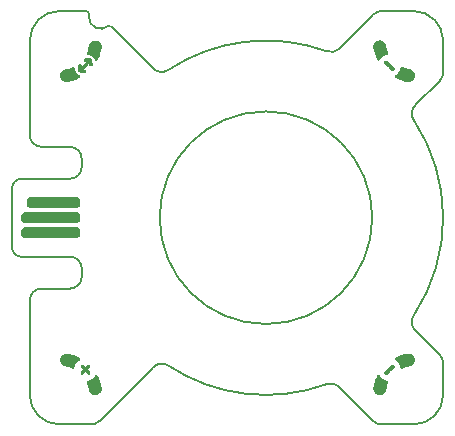
<source format=gto>
%TF.GenerationSoftware,KiCad,Pcbnew,8.0.8*%
%TF.CreationDate,2025-01-29T17:06:01+00:00*%
%TF.ProjectId,ec30_3x3_l_mh_0.1,65633330-5f33-4783-935f-6c5f6d685f30,v0.1*%
%TF.SameCoordinates,PX8d24d00PY36d6160*%
%TF.FileFunction,Legend,Top*%
%TF.FilePolarity,Positive*%
%FSLAX46Y46*%
G04 Gerber Fmt 4.6, Leading zero omitted, Abs format (unit mm)*
G04 Created by KiCad (PCBNEW 8.0.8) date 2025-01-29 17:06:01*
%MOMM*%
%LPD*%
G01*
G04 APERTURE LIST*
%ADD10C,0.200000*%
%ADD11C,0.010000*%
%ADD12C,0.000000*%
G04 APERTURE END LIST*
D10*
X-14148309Y5970276D02*
X-16548309Y5970276D01*
X7570691Y-14129724D02*
G75*
G02*
X-5836315Y-12535733I-5121291J14104924D01*
G01*
X17161691Y11568276D02*
X15095691Y9502276D01*
X8671691Y14288276D02*
G75*
G02*
X7572676Y14075239I-713391J738924D01*
G01*
X-19048309Y2470276D02*
G75*
G02*
X-18248310Y3270309I798909J1124D01*
G01*
X-10603309Y16137276D02*
X-7138309Y12662276D01*
X-14148309Y-3329724D02*
X-18248310Y-3329724D01*
X15091691Y-9569724D02*
G75*
G02*
X14993717Y-8249743I722109J717224D01*
G01*
X14951691Y-17529724D02*
X12251691Y-17529724D01*
X-17548309Y-7029724D02*
G75*
G02*
X-16548309Y-6029691I1000509J-476D01*
G01*
X17158691Y-11622724D02*
G75*
G02*
X17451691Y-12329724I-703291J-705676D01*
G01*
X17451691Y-12329724D02*
X17451691Y-15029724D01*
X-15048309Y-17529724D02*
G75*
G02*
X-17548324Y-15029724I-791J2499224D01*
G01*
X17451691Y12268276D02*
G75*
G02*
X17161689Y11568278I-982391J-3076D01*
G01*
X11551691Y-17239723D02*
X8669691Y-14360724D01*
X11451691Y-29724D02*
G75*
G02*
X-6548309Y-29724I-9000000J0D01*
G01*
X-6548309Y-29724D02*
G75*
G02*
X11451691Y-29724I9000000J0D01*
G01*
X-14148309Y5970276D02*
G75*
G02*
X-13148324Y4970276I-391J-1000376D01*
G01*
X-7138309Y-12729724D02*
G75*
G02*
X-5836272Y-12535667I760609J-638276D01*
G01*
X-15048309Y17470276D02*
X-12798309Y17470276D01*
X-18248310Y-3329724D02*
G75*
G02*
X-19048324Y-2529724I-1090J798924D01*
G01*
X-16548309Y5970276D02*
G75*
G02*
X-17548224Y6970276I309J1000224D01*
G01*
X-11641309Y-17236725D02*
G75*
G02*
X-12348309Y-17529743I-705591J703025D01*
G01*
X-17548309Y-15029724D02*
X-17548309Y-7029724D01*
X-16548309Y-6029724D02*
X-14148309Y-6029724D01*
X7570691Y-14129724D02*
G75*
G02*
X8669683Y-14360732I375309J-944176D01*
G01*
X14951691Y17468275D02*
G75*
G02*
X17451675Y14968276I809J-2499175D01*
G01*
X-17548309Y6970276D02*
X-17548309Y14970276D01*
X-13148309Y4970276D02*
X-13148309Y4270276D01*
X-10900309Y16203276D02*
G75*
G02*
X-12548317Y16970276I-644391J769424D01*
G01*
X14952691Y8260276D02*
X14993691Y8188276D01*
X-17548309Y14970276D02*
G75*
G02*
X-15048309Y17470309I2499209J824D01*
G01*
X12251691Y17468275D02*
X14951691Y17468275D01*
X-13148309Y-4329724D02*
X-13148309Y-5029724D01*
X-13148309Y4270276D02*
G75*
G02*
X-14146309Y3270305I-996991J-2976D01*
G01*
X11544691Y17176275D02*
G75*
G02*
X12251691Y17468300I706609J-708875D01*
G01*
X-12548309Y16970276D02*
X-12548309Y17220276D01*
X12251691Y-17529724D02*
G75*
G02*
X11551715Y-17239700I-5091J977424D01*
G01*
X-5834309Y12473276D02*
G75*
G02*
X-7138309Y12662276I-543191J845224D01*
G01*
X-14148309Y-3329724D02*
G75*
G02*
X-13148324Y-4329724I1309J-998676D01*
G01*
X17451691Y-15029724D02*
G75*
G02*
X14951691Y-17529691I-2499191J-776D01*
G01*
X-19048309Y-2529724D02*
X-19048309Y2470276D01*
X-10900309Y16203276D02*
G75*
G02*
X-10603326Y16137262I105909J-224576D01*
G01*
X8671691Y14288276D02*
X11544691Y17176275D01*
X-12798309Y17470276D02*
G75*
G02*
X-12548224Y17220276I709J-249376D01*
G01*
X15091691Y-9569724D02*
X17158691Y-11622724D01*
X14993691Y8188276D02*
G75*
G02*
X15095697Y9502270I805509J598424D01*
G01*
X-5834309Y12473276D02*
G75*
G02*
X7572687Y14075265I8296809J-12533376D01*
G01*
X-18248310Y3270276D02*
X-14146309Y3270276D01*
X-12348309Y-17529724D02*
X-15048309Y-17529724D01*
X14952691Y8260276D02*
G75*
G02*
X14993695Y-8249727I-12487461J-8286066D01*
G01*
X-13148309Y-5029724D02*
G75*
G02*
X-14148309Y-6029691I-1000391J424D01*
G01*
X17451691Y14968276D02*
X17451691Y12268276D01*
X-7138309Y-12729724D02*
X-11641309Y-17236725D01*
D11*
%TO.C,MH3*%
X-11929306Y-13363938D02*
X-11912572Y-13370271D01*
X-11896947Y-13381708D01*
X-11881722Y-13398907D01*
X-11866187Y-13422529D01*
X-11849636Y-13453232D01*
X-11849479Y-13453543D01*
X-11792082Y-13575132D01*
X-11738655Y-13702780D01*
X-11689536Y-13835490D01*
X-11645062Y-13972266D01*
X-11605571Y-14112110D01*
X-11571399Y-14254024D01*
X-11558986Y-14312664D01*
X-11548179Y-14372141D01*
X-11541266Y-14425275D01*
X-11538209Y-14472617D01*
X-11538970Y-14514720D01*
X-11542840Y-14548307D01*
X-11557333Y-14611742D01*
X-11578709Y-14671524D01*
X-11606730Y-14727302D01*
X-11641155Y-14778728D01*
X-11681746Y-14825450D01*
X-11728263Y-14867118D01*
X-11780468Y-14903383D01*
X-11788778Y-14908337D01*
X-11841493Y-14934632D01*
X-11897725Y-14954342D01*
X-11956407Y-14967361D01*
X-12016470Y-14973582D01*
X-12076844Y-14972898D01*
X-12136462Y-14965203D01*
X-12194256Y-14950391D01*
X-12198073Y-14949129D01*
X-12254131Y-14926215D01*
X-12307081Y-14896415D01*
X-12356236Y-14860400D01*
X-12400910Y-14818837D01*
X-12440417Y-14772394D01*
X-12474070Y-14721741D01*
X-12501183Y-14667545D01*
X-12509857Y-14645536D01*
X-12514407Y-14631247D01*
X-12519938Y-14611025D01*
X-12525985Y-14586741D01*
X-12532082Y-14560265D01*
X-12537763Y-14533471D01*
X-12537851Y-14533032D01*
X-12559478Y-14433303D01*
X-12583069Y-14339535D01*
X-12609185Y-14249880D01*
X-12638386Y-14162485D01*
X-12671232Y-14075502D01*
X-12690784Y-14027805D01*
X-12704464Y-13993297D01*
X-12713840Y-13964465D01*
X-12718965Y-13940348D01*
X-12719893Y-13919990D01*
X-12716678Y-13902431D01*
X-12709373Y-13886711D01*
X-12699422Y-13873431D01*
X-12690472Y-13864166D01*
X-12680762Y-13856500D01*
X-12668906Y-13849764D01*
X-12653514Y-13843288D01*
X-12633201Y-13836401D01*
X-12606578Y-13828434D01*
X-12605692Y-13828178D01*
X-12548901Y-13810494D01*
X-12497170Y-13791449D01*
X-12447627Y-13769922D01*
X-12414566Y-13753728D01*
X-12339432Y-13710990D01*
X-12267854Y-13661466D01*
X-12200558Y-13605786D01*
X-12138273Y-13544582D01*
X-12081726Y-13478485D01*
X-12053964Y-13441164D01*
X-12032031Y-13412366D01*
X-12011697Y-13390615D01*
X-11992236Y-13375370D01*
X-11972919Y-13366090D01*
X-11953022Y-13362231D01*
X-11947857Y-13362050D01*
X-11929306Y-13363938D01*
G36*
X-11929306Y-13363938D02*
G01*
X-11912572Y-13370271D01*
X-11896947Y-13381708D01*
X-11881722Y-13398907D01*
X-11866187Y-13422529D01*
X-11849636Y-13453232D01*
X-11849479Y-13453543D01*
X-11792082Y-13575132D01*
X-11738655Y-13702780D01*
X-11689536Y-13835490D01*
X-11645062Y-13972266D01*
X-11605571Y-14112110D01*
X-11571399Y-14254024D01*
X-11558986Y-14312664D01*
X-11548179Y-14372141D01*
X-11541266Y-14425275D01*
X-11538209Y-14472617D01*
X-11538970Y-14514720D01*
X-11542840Y-14548307D01*
X-11557333Y-14611742D01*
X-11578709Y-14671524D01*
X-11606730Y-14727302D01*
X-11641155Y-14778728D01*
X-11681746Y-14825450D01*
X-11728263Y-14867118D01*
X-11780468Y-14903383D01*
X-11788778Y-14908337D01*
X-11841493Y-14934632D01*
X-11897725Y-14954342D01*
X-11956407Y-14967361D01*
X-12016470Y-14973582D01*
X-12076844Y-14972898D01*
X-12136462Y-14965203D01*
X-12194256Y-14950391D01*
X-12198073Y-14949129D01*
X-12254131Y-14926215D01*
X-12307081Y-14896415D01*
X-12356236Y-14860400D01*
X-12400910Y-14818837D01*
X-12440417Y-14772394D01*
X-12474070Y-14721741D01*
X-12501183Y-14667545D01*
X-12509857Y-14645536D01*
X-12514407Y-14631247D01*
X-12519938Y-14611025D01*
X-12525985Y-14586741D01*
X-12532082Y-14560265D01*
X-12537763Y-14533471D01*
X-12537851Y-14533032D01*
X-12559478Y-14433303D01*
X-12583069Y-14339535D01*
X-12609185Y-14249880D01*
X-12638386Y-14162485D01*
X-12671232Y-14075502D01*
X-12690784Y-14027805D01*
X-12704464Y-13993297D01*
X-12713840Y-13964465D01*
X-12718965Y-13940348D01*
X-12719893Y-13919990D01*
X-12716678Y-13902431D01*
X-12709373Y-13886711D01*
X-12699422Y-13873431D01*
X-12690472Y-13864166D01*
X-12680762Y-13856500D01*
X-12668906Y-13849764D01*
X-12653514Y-13843288D01*
X-12633201Y-13836401D01*
X-12606578Y-13828434D01*
X-12605692Y-13828178D01*
X-12548901Y-13810494D01*
X-12497170Y-13791449D01*
X-12447627Y-13769922D01*
X-12414566Y-13753728D01*
X-12339432Y-13710990D01*
X-12267854Y-13661466D01*
X-12200558Y-13605786D01*
X-12138273Y-13544582D01*
X-12081726Y-13478485D01*
X-12053964Y-13441164D01*
X-12032031Y-13412366D01*
X-12011697Y-13390615D01*
X-11992236Y-13375370D01*
X-11972919Y-13366090D01*
X-11953022Y-13362231D01*
X-11947857Y-13362050D01*
X-11929306Y-13363938D01*
G37*
X-14470182Y-11540337D02*
X-14448497Y-11540714D01*
X-14427534Y-11541718D01*
X-14406291Y-11543511D01*
X-14383763Y-11546254D01*
X-14358946Y-11550109D01*
X-14330836Y-11555238D01*
X-14298429Y-11561801D01*
X-14260722Y-11569961D01*
X-14216709Y-11579880D01*
X-14198323Y-11584098D01*
X-14084910Y-11612611D01*
X-13968731Y-11646406D01*
X-13851643Y-11684817D01*
X-13735502Y-11727177D01*
X-13622165Y-11772819D01*
X-13513489Y-11821078D01*
X-13442320Y-11855488D01*
X-13414793Y-11869973D01*
X-13393762Y-11882767D01*
X-13378190Y-11894681D01*
X-13367038Y-11906523D01*
X-13359269Y-11919103D01*
X-13358396Y-11920960D01*
X-13352421Y-11938994D01*
X-13352473Y-11955818D01*
X-13356428Y-11970059D01*
X-13367282Y-11989771D01*
X-13385603Y-12010018D01*
X-13410983Y-12030363D01*
X-13415769Y-12033664D01*
X-13489001Y-12087738D01*
X-13556469Y-12146942D01*
X-13617931Y-12210983D01*
X-13673147Y-12279569D01*
X-13721873Y-12352405D01*
X-13763868Y-12429201D01*
X-13789376Y-12485751D01*
X-13801721Y-12516942D01*
X-13812941Y-12548335D01*
X-13823691Y-12581956D01*
X-13834628Y-12619833D01*
X-13843484Y-12652771D01*
X-13848796Y-12671014D01*
X-13854211Y-12684062D01*
X-13861050Y-12694563D01*
X-13868503Y-12702984D01*
X-13884066Y-12716423D01*
X-13900453Y-12724502D01*
X-13918764Y-12727265D01*
X-13940096Y-12724757D01*
X-13965548Y-12717022D01*
X-13987979Y-12707827D01*
X-14108498Y-12658383D01*
X-14232787Y-12615101D01*
X-14361429Y-12577801D01*
X-14495006Y-12546301D01*
X-14525687Y-12540017D01*
X-14560370Y-12532916D01*
X-14588751Y-12526604D01*
X-14612370Y-12520632D01*
X-14632764Y-12514555D01*
X-14651473Y-12507926D01*
X-14670035Y-12500296D01*
X-14683873Y-12494072D01*
X-14736854Y-12465333D01*
X-14785921Y-12430188D01*
X-14830505Y-12389366D01*
X-14870033Y-12343595D01*
X-14903934Y-12293603D01*
X-14931637Y-12240119D01*
X-14952571Y-12183872D01*
X-14964218Y-12136552D01*
X-14972342Y-12073793D01*
X-14972879Y-12012164D01*
X-14966155Y-11952149D01*
X-14952496Y-11894233D01*
X-14932226Y-11838904D01*
X-14905671Y-11786645D01*
X-14873155Y-11737942D01*
X-14835005Y-11693281D01*
X-14791545Y-11653146D01*
X-14743100Y-11618025D01*
X-14689996Y-11588401D01*
X-14632558Y-11564760D01*
X-14571111Y-11547588D01*
X-14569401Y-11547219D01*
X-14551719Y-11544037D01*
X-14532477Y-11541913D01*
X-14509778Y-11540716D01*
X-14481730Y-11540314D01*
X-14470182Y-11540337D01*
G36*
X-14470182Y-11540337D02*
G01*
X-14448497Y-11540714D01*
X-14427534Y-11541718D01*
X-14406291Y-11543511D01*
X-14383763Y-11546254D01*
X-14358946Y-11550109D01*
X-14330836Y-11555238D01*
X-14298429Y-11561801D01*
X-14260722Y-11569961D01*
X-14216709Y-11579880D01*
X-14198323Y-11584098D01*
X-14084910Y-11612611D01*
X-13968731Y-11646406D01*
X-13851643Y-11684817D01*
X-13735502Y-11727177D01*
X-13622165Y-11772819D01*
X-13513489Y-11821078D01*
X-13442320Y-11855488D01*
X-13414793Y-11869973D01*
X-13393762Y-11882767D01*
X-13378190Y-11894681D01*
X-13367038Y-11906523D01*
X-13359269Y-11919103D01*
X-13358396Y-11920960D01*
X-13352421Y-11938994D01*
X-13352473Y-11955818D01*
X-13356428Y-11970059D01*
X-13367282Y-11989771D01*
X-13385603Y-12010018D01*
X-13410983Y-12030363D01*
X-13415769Y-12033664D01*
X-13489001Y-12087738D01*
X-13556469Y-12146942D01*
X-13617931Y-12210983D01*
X-13673147Y-12279569D01*
X-13721873Y-12352405D01*
X-13763868Y-12429201D01*
X-13789376Y-12485751D01*
X-13801721Y-12516942D01*
X-13812941Y-12548335D01*
X-13823691Y-12581956D01*
X-13834628Y-12619833D01*
X-13843484Y-12652771D01*
X-13848796Y-12671014D01*
X-13854211Y-12684062D01*
X-13861050Y-12694563D01*
X-13868503Y-12702984D01*
X-13884066Y-12716423D01*
X-13900453Y-12724502D01*
X-13918764Y-12727265D01*
X-13940096Y-12724757D01*
X-13965548Y-12717022D01*
X-13987979Y-12707827D01*
X-14108498Y-12658383D01*
X-14232787Y-12615101D01*
X-14361429Y-12577801D01*
X-14495006Y-12546301D01*
X-14525687Y-12540017D01*
X-14560370Y-12532916D01*
X-14588751Y-12526604D01*
X-14612370Y-12520632D01*
X-14632764Y-12514555D01*
X-14651473Y-12507926D01*
X-14670035Y-12500296D01*
X-14683873Y-12494072D01*
X-14736854Y-12465333D01*
X-14785921Y-12430188D01*
X-14830505Y-12389366D01*
X-14870033Y-12343595D01*
X-14903934Y-12293603D01*
X-14931637Y-12240119D01*
X-14952571Y-12183872D01*
X-14964218Y-12136552D01*
X-14972342Y-12073793D01*
X-14972879Y-12012164D01*
X-14966155Y-11952149D01*
X-14952496Y-11894233D01*
X-14932226Y-11838904D01*
X-14905671Y-11786645D01*
X-14873155Y-11737942D01*
X-14835005Y-11693281D01*
X-14791545Y-11653146D01*
X-14743100Y-11618025D01*
X-14689996Y-11588401D01*
X-14632558Y-11564760D01*
X-14571111Y-11547588D01*
X-14569401Y-11547219D01*
X-14551719Y-11544037D01*
X-14532477Y-11541913D01*
X-14509778Y-11540716D01*
X-14481730Y-11540314D01*
X-14470182Y-11540337D01*
G37*
X-13114506Y-12497744D02*
X-13104489Y-12500501D01*
X-13098602Y-12502693D01*
X-13092612Y-12505668D01*
X-13085887Y-12509983D01*
X-13077796Y-12516197D01*
X-13067706Y-12524868D01*
X-13054986Y-12536554D01*
X-13039003Y-12551814D01*
X-13019125Y-12571204D01*
X-12994721Y-12595283D01*
X-12974957Y-12614880D01*
X-12866811Y-12722233D01*
X-12760645Y-12617032D01*
X-12732077Y-12588945D01*
X-12706322Y-12564069D01*
X-12683875Y-12542858D01*
X-12665228Y-12525771D01*
X-12650876Y-12513264D01*
X-12641313Y-12505793D01*
X-12638604Y-12504147D01*
X-12620453Y-12498507D01*
X-12598447Y-12496247D01*
X-12575738Y-12497328D01*
X-12555479Y-12501711D01*
X-12546947Y-12505289D01*
X-12527717Y-12518943D01*
X-12510939Y-12537314D01*
X-12499689Y-12556627D01*
X-12495621Y-12572497D01*
X-12493995Y-12592489D01*
X-12494804Y-12613173D01*
X-12498038Y-12631121D01*
X-12499893Y-12636489D01*
X-12504805Y-12644005D01*
X-12515448Y-12656814D01*
X-12531730Y-12674815D01*
X-12553556Y-12697908D01*
X-12580835Y-12725992D01*
X-12613473Y-12758967D01*
X-12613864Y-12759359D01*
X-12721687Y-12867473D01*
X-12615858Y-12973774D01*
X-12584916Y-13005038D01*
X-12559409Y-13031231D01*
X-12538995Y-13052725D01*
X-12523333Y-13069893D01*
X-12512080Y-13083107D01*
X-12504896Y-13092739D01*
X-12501973Y-13097831D01*
X-12494904Y-13122144D01*
X-12493808Y-13148731D01*
X-12498620Y-13174713D01*
X-12504024Y-13188237D01*
X-12519679Y-13211452D01*
X-12540303Y-13228674D01*
X-12562926Y-13238733D01*
X-12580623Y-13243114D01*
X-12595638Y-13244148D01*
X-12611644Y-13241809D01*
X-12624985Y-13238271D01*
X-12630727Y-13236399D01*
X-12636361Y-13233923D01*
X-12642513Y-13230295D01*
X-12649807Y-13224964D01*
X-12658867Y-13217380D01*
X-12670317Y-13206995D01*
X-12684782Y-13193256D01*
X-12702886Y-13175616D01*
X-12725253Y-13153524D01*
X-12752507Y-13126430D01*
X-12756674Y-13122280D01*
X-12866807Y-13012589D01*
X-12976940Y-13122280D01*
X-13004916Y-13150105D01*
X-13027918Y-13172853D01*
X-13046571Y-13191073D01*
X-13061500Y-13205316D01*
X-13073328Y-13216130D01*
X-13082679Y-13224066D01*
X-13090179Y-13229675D01*
X-13096451Y-13233505D01*
X-13102120Y-13236106D01*
X-13107810Y-13238029D01*
X-13108629Y-13238271D01*
X-13127410Y-13242924D01*
X-13142701Y-13244183D01*
X-13158173Y-13242078D01*
X-13170688Y-13238733D01*
X-13195345Y-13227492D01*
X-13215225Y-13210402D01*
X-13229656Y-13188407D01*
X-13237966Y-13162452D01*
X-13239782Y-13141598D01*
X-13239548Y-13130444D01*
X-13238597Y-13120482D01*
X-13236433Y-13111030D01*
X-13232561Y-13101407D01*
X-13226487Y-13090932D01*
X-13217714Y-13078924D01*
X-13205748Y-13064703D01*
X-13190094Y-13047586D01*
X-13170256Y-13026895D01*
X-13145740Y-13001946D01*
X-13117756Y-12973774D01*
X-13011927Y-12867473D01*
X-13119589Y-12759359D01*
X-13151989Y-12726607D01*
X-13178747Y-12699078D01*
X-13200033Y-12676590D01*
X-13216016Y-12658958D01*
X-13226867Y-12646000D01*
X-13232753Y-12637530D01*
X-13233560Y-12635877D01*
X-13239427Y-12611956D01*
X-13239209Y-12585914D01*
X-13233352Y-12560140D01*
X-13222301Y-12537024D01*
X-13212846Y-12524873D01*
X-13192656Y-12509080D01*
X-13168362Y-12499030D01*
X-13141724Y-12495120D01*
X-13114506Y-12497744D01*
G36*
X-13114506Y-12497744D02*
G01*
X-13104489Y-12500501D01*
X-13098602Y-12502693D01*
X-13092612Y-12505668D01*
X-13085887Y-12509983D01*
X-13077796Y-12516197D01*
X-13067706Y-12524868D01*
X-13054986Y-12536554D01*
X-13039003Y-12551814D01*
X-13019125Y-12571204D01*
X-12994721Y-12595283D01*
X-12974957Y-12614880D01*
X-12866811Y-12722233D01*
X-12760645Y-12617032D01*
X-12732077Y-12588945D01*
X-12706322Y-12564069D01*
X-12683875Y-12542858D01*
X-12665228Y-12525771D01*
X-12650876Y-12513264D01*
X-12641313Y-12505793D01*
X-12638604Y-12504147D01*
X-12620453Y-12498507D01*
X-12598447Y-12496247D01*
X-12575738Y-12497328D01*
X-12555479Y-12501711D01*
X-12546947Y-12505289D01*
X-12527717Y-12518943D01*
X-12510939Y-12537314D01*
X-12499689Y-12556627D01*
X-12495621Y-12572497D01*
X-12493995Y-12592489D01*
X-12494804Y-12613173D01*
X-12498038Y-12631121D01*
X-12499893Y-12636489D01*
X-12504805Y-12644005D01*
X-12515448Y-12656814D01*
X-12531730Y-12674815D01*
X-12553556Y-12697908D01*
X-12580835Y-12725992D01*
X-12613473Y-12758967D01*
X-12613864Y-12759359D01*
X-12721687Y-12867473D01*
X-12615858Y-12973774D01*
X-12584916Y-13005038D01*
X-12559409Y-13031231D01*
X-12538995Y-13052725D01*
X-12523333Y-13069893D01*
X-12512080Y-13083107D01*
X-12504896Y-13092739D01*
X-12501973Y-13097831D01*
X-12494904Y-13122144D01*
X-12493808Y-13148731D01*
X-12498620Y-13174713D01*
X-12504024Y-13188237D01*
X-12519679Y-13211452D01*
X-12540303Y-13228674D01*
X-12562926Y-13238733D01*
X-12580623Y-13243114D01*
X-12595638Y-13244148D01*
X-12611644Y-13241809D01*
X-12624985Y-13238271D01*
X-12630727Y-13236399D01*
X-12636361Y-13233923D01*
X-12642513Y-13230295D01*
X-12649807Y-13224964D01*
X-12658867Y-13217380D01*
X-12670317Y-13206995D01*
X-12684782Y-13193256D01*
X-12702886Y-13175616D01*
X-12725253Y-13153524D01*
X-12752507Y-13126430D01*
X-12756674Y-13122280D01*
X-12866807Y-13012589D01*
X-12976940Y-13122280D01*
X-13004916Y-13150105D01*
X-13027918Y-13172853D01*
X-13046571Y-13191073D01*
X-13061500Y-13205316D01*
X-13073328Y-13216130D01*
X-13082679Y-13224066D01*
X-13090179Y-13229675D01*
X-13096451Y-13233505D01*
X-13102120Y-13236106D01*
X-13107810Y-13238029D01*
X-13108629Y-13238271D01*
X-13127410Y-13242924D01*
X-13142701Y-13244183D01*
X-13158173Y-13242078D01*
X-13170688Y-13238733D01*
X-13195345Y-13227492D01*
X-13215225Y-13210402D01*
X-13229656Y-13188407D01*
X-13237966Y-13162452D01*
X-13239782Y-13141598D01*
X-13239548Y-13130444D01*
X-13238597Y-13120482D01*
X-13236433Y-13111030D01*
X-13232561Y-13101407D01*
X-13226487Y-13090932D01*
X-13217714Y-13078924D01*
X-13205748Y-13064703D01*
X-13190094Y-13047586D01*
X-13170256Y-13026895D01*
X-13145740Y-13001946D01*
X-13117756Y-12973774D01*
X-13011927Y-12867473D01*
X-13119589Y-12759359D01*
X-13151989Y-12726607D01*
X-13178747Y-12699078D01*
X-13200033Y-12676590D01*
X-13216016Y-12658958D01*
X-13226867Y-12646000D01*
X-13232753Y-12637530D01*
X-13233560Y-12635877D01*
X-13239427Y-12611956D01*
X-13239209Y-12585914D01*
X-13233352Y-12560140D01*
X-13222301Y-12537024D01*
X-13212846Y-12524873D01*
X-13192656Y-12509080D01*
X-13168362Y-12499030D01*
X-13141724Y-12495120D01*
X-13114506Y-12497744D01*
G37*
%TO.C,MH4*%
X14511949Y-11535485D02*
X14545536Y-11539355D01*
X14608971Y-11553848D01*
X14668753Y-11575224D01*
X14724531Y-11603245D01*
X14775957Y-11637670D01*
X14822679Y-11678261D01*
X14864347Y-11724778D01*
X14900612Y-11776983D01*
X14905566Y-11785293D01*
X14931861Y-11838008D01*
X14951571Y-11894240D01*
X14964590Y-11952922D01*
X14970811Y-12012985D01*
X14970127Y-12073359D01*
X14962432Y-12132977D01*
X14947620Y-12190771D01*
X14946358Y-12194588D01*
X14923444Y-12250646D01*
X14893644Y-12303596D01*
X14857629Y-12352751D01*
X14816066Y-12397425D01*
X14769623Y-12436932D01*
X14718970Y-12470585D01*
X14664774Y-12497698D01*
X14642765Y-12506372D01*
X14628476Y-12510922D01*
X14608254Y-12516453D01*
X14583970Y-12522500D01*
X14557494Y-12528597D01*
X14530700Y-12534278D01*
X14530261Y-12534366D01*
X14430532Y-12555993D01*
X14336764Y-12579584D01*
X14247109Y-12605700D01*
X14159714Y-12634901D01*
X14072731Y-12667747D01*
X14025034Y-12687299D01*
X13990526Y-12700979D01*
X13961694Y-12710355D01*
X13937577Y-12715480D01*
X13917219Y-12716408D01*
X13899660Y-12713193D01*
X13883940Y-12705888D01*
X13870660Y-12695937D01*
X13861395Y-12686987D01*
X13853729Y-12677277D01*
X13846993Y-12665421D01*
X13840517Y-12650029D01*
X13833630Y-12629716D01*
X13825663Y-12603093D01*
X13825407Y-12602207D01*
X13807723Y-12545416D01*
X13788678Y-12493685D01*
X13767151Y-12444142D01*
X13750957Y-12411081D01*
X13708219Y-12335947D01*
X13658695Y-12264369D01*
X13603015Y-12197073D01*
X13541811Y-12134788D01*
X13475714Y-12078241D01*
X13438393Y-12050479D01*
X13409595Y-12028546D01*
X13387844Y-12008212D01*
X13372599Y-11988751D01*
X13363319Y-11969434D01*
X13359460Y-11949537D01*
X13359279Y-11944372D01*
X13361167Y-11925821D01*
X13367500Y-11909087D01*
X13378937Y-11893462D01*
X13396136Y-11878237D01*
X13419758Y-11862702D01*
X13450461Y-11846151D01*
X13450772Y-11845994D01*
X13572361Y-11788597D01*
X13700009Y-11735170D01*
X13832719Y-11686051D01*
X13969495Y-11641577D01*
X14109339Y-11602086D01*
X14251253Y-11567914D01*
X14309893Y-11555501D01*
X14369370Y-11544694D01*
X14422504Y-11537781D01*
X14469846Y-11534724D01*
X14511949Y-11535485D01*
G36*
X14511949Y-11535485D02*
G01*
X14545536Y-11539355D01*
X14608971Y-11553848D01*
X14668753Y-11575224D01*
X14724531Y-11603245D01*
X14775957Y-11637670D01*
X14822679Y-11678261D01*
X14864347Y-11724778D01*
X14900612Y-11776983D01*
X14905566Y-11785293D01*
X14931861Y-11838008D01*
X14951571Y-11894240D01*
X14964590Y-11952922D01*
X14970811Y-12012985D01*
X14970127Y-12073359D01*
X14962432Y-12132977D01*
X14947620Y-12190771D01*
X14946358Y-12194588D01*
X14923444Y-12250646D01*
X14893644Y-12303596D01*
X14857629Y-12352751D01*
X14816066Y-12397425D01*
X14769623Y-12436932D01*
X14718970Y-12470585D01*
X14664774Y-12497698D01*
X14642765Y-12506372D01*
X14628476Y-12510922D01*
X14608254Y-12516453D01*
X14583970Y-12522500D01*
X14557494Y-12528597D01*
X14530700Y-12534278D01*
X14530261Y-12534366D01*
X14430532Y-12555993D01*
X14336764Y-12579584D01*
X14247109Y-12605700D01*
X14159714Y-12634901D01*
X14072731Y-12667747D01*
X14025034Y-12687299D01*
X13990526Y-12700979D01*
X13961694Y-12710355D01*
X13937577Y-12715480D01*
X13917219Y-12716408D01*
X13899660Y-12713193D01*
X13883940Y-12705888D01*
X13870660Y-12695937D01*
X13861395Y-12686987D01*
X13853729Y-12677277D01*
X13846993Y-12665421D01*
X13840517Y-12650029D01*
X13833630Y-12629716D01*
X13825663Y-12603093D01*
X13825407Y-12602207D01*
X13807723Y-12545416D01*
X13788678Y-12493685D01*
X13767151Y-12444142D01*
X13750957Y-12411081D01*
X13708219Y-12335947D01*
X13658695Y-12264369D01*
X13603015Y-12197073D01*
X13541811Y-12134788D01*
X13475714Y-12078241D01*
X13438393Y-12050479D01*
X13409595Y-12028546D01*
X13387844Y-12008212D01*
X13372599Y-11988751D01*
X13363319Y-11969434D01*
X13359460Y-11949537D01*
X13359279Y-11944372D01*
X13361167Y-11925821D01*
X13367500Y-11909087D01*
X13378937Y-11893462D01*
X13396136Y-11878237D01*
X13419758Y-11862702D01*
X13450461Y-11846151D01*
X13450772Y-11845994D01*
X13572361Y-11788597D01*
X13700009Y-11735170D01*
X13832719Y-11686051D01*
X13969495Y-11641577D01*
X14109339Y-11602086D01*
X14251253Y-11567914D01*
X14309893Y-11555501D01*
X14369370Y-11544694D01*
X14422504Y-11537781D01*
X14469846Y-11534724D01*
X14511949Y-11535485D01*
G37*
X11953047Y-13348988D02*
X11967288Y-13352943D01*
X11987000Y-13363797D01*
X12007247Y-13382118D01*
X12027592Y-13407498D01*
X12030893Y-13412284D01*
X12084967Y-13485516D01*
X12144171Y-13552984D01*
X12208212Y-13614446D01*
X12276798Y-13669662D01*
X12349634Y-13718388D01*
X12426430Y-13760383D01*
X12482980Y-13785891D01*
X12514171Y-13798236D01*
X12545564Y-13809456D01*
X12579185Y-13820206D01*
X12617062Y-13831143D01*
X12650000Y-13839999D01*
X12668243Y-13845311D01*
X12681291Y-13850726D01*
X12691792Y-13857565D01*
X12700213Y-13865018D01*
X12713652Y-13880581D01*
X12721731Y-13896968D01*
X12724494Y-13915279D01*
X12721986Y-13936611D01*
X12714251Y-13962063D01*
X12705056Y-13984494D01*
X12655612Y-14105013D01*
X12612330Y-14229302D01*
X12575030Y-14357944D01*
X12543530Y-14491521D01*
X12537246Y-14522202D01*
X12530145Y-14556885D01*
X12523833Y-14585266D01*
X12517861Y-14608885D01*
X12511784Y-14629279D01*
X12505155Y-14647988D01*
X12497525Y-14666550D01*
X12491301Y-14680388D01*
X12462562Y-14733369D01*
X12427417Y-14782436D01*
X12386595Y-14827020D01*
X12340824Y-14866548D01*
X12290832Y-14900449D01*
X12237348Y-14928152D01*
X12181101Y-14949086D01*
X12133781Y-14960733D01*
X12071022Y-14968857D01*
X12009393Y-14969394D01*
X11949378Y-14962670D01*
X11891462Y-14949011D01*
X11836133Y-14928741D01*
X11783874Y-14902186D01*
X11735171Y-14869670D01*
X11690510Y-14831520D01*
X11650375Y-14788060D01*
X11615254Y-14739615D01*
X11585630Y-14686511D01*
X11561989Y-14629073D01*
X11544817Y-14567626D01*
X11544448Y-14565916D01*
X11541266Y-14548234D01*
X11539142Y-14528992D01*
X11537945Y-14506293D01*
X11537543Y-14478245D01*
X11537566Y-14466697D01*
X11537943Y-14445012D01*
X11538947Y-14424049D01*
X11540740Y-14402806D01*
X11543483Y-14380278D01*
X11547338Y-14355461D01*
X11552467Y-14327351D01*
X11559030Y-14294944D01*
X11567190Y-14257237D01*
X11577109Y-14213224D01*
X11581327Y-14194838D01*
X11609840Y-14081425D01*
X11643635Y-13965246D01*
X11682046Y-13848158D01*
X11724406Y-13732017D01*
X11770048Y-13618680D01*
X11818307Y-13510004D01*
X11852717Y-13438835D01*
X11867202Y-13411308D01*
X11879996Y-13390277D01*
X11891910Y-13374705D01*
X11903752Y-13363553D01*
X11916332Y-13355784D01*
X11918189Y-13354911D01*
X11936223Y-13348936D01*
X11953047Y-13348988D01*
G36*
X11953047Y-13348988D02*
G01*
X11967288Y-13352943D01*
X11987000Y-13363797D01*
X12007247Y-13382118D01*
X12027592Y-13407498D01*
X12030893Y-13412284D01*
X12084967Y-13485516D01*
X12144171Y-13552984D01*
X12208212Y-13614446D01*
X12276798Y-13669662D01*
X12349634Y-13718388D01*
X12426430Y-13760383D01*
X12482980Y-13785891D01*
X12514171Y-13798236D01*
X12545564Y-13809456D01*
X12579185Y-13820206D01*
X12617062Y-13831143D01*
X12650000Y-13839999D01*
X12668243Y-13845311D01*
X12681291Y-13850726D01*
X12691792Y-13857565D01*
X12700213Y-13865018D01*
X12713652Y-13880581D01*
X12721731Y-13896968D01*
X12724494Y-13915279D01*
X12721986Y-13936611D01*
X12714251Y-13962063D01*
X12705056Y-13984494D01*
X12655612Y-14105013D01*
X12612330Y-14229302D01*
X12575030Y-14357944D01*
X12543530Y-14491521D01*
X12537246Y-14522202D01*
X12530145Y-14556885D01*
X12523833Y-14585266D01*
X12517861Y-14608885D01*
X12511784Y-14629279D01*
X12505155Y-14647988D01*
X12497525Y-14666550D01*
X12491301Y-14680388D01*
X12462562Y-14733369D01*
X12427417Y-14782436D01*
X12386595Y-14827020D01*
X12340824Y-14866548D01*
X12290832Y-14900449D01*
X12237348Y-14928152D01*
X12181101Y-14949086D01*
X12133781Y-14960733D01*
X12071022Y-14968857D01*
X12009393Y-14969394D01*
X11949378Y-14962670D01*
X11891462Y-14949011D01*
X11836133Y-14928741D01*
X11783874Y-14902186D01*
X11735171Y-14869670D01*
X11690510Y-14831520D01*
X11650375Y-14788060D01*
X11615254Y-14739615D01*
X11585630Y-14686511D01*
X11561989Y-14629073D01*
X11544817Y-14567626D01*
X11544448Y-14565916D01*
X11541266Y-14548234D01*
X11539142Y-14528992D01*
X11537945Y-14506293D01*
X11537543Y-14478245D01*
X11537566Y-14466697D01*
X11537943Y-14445012D01*
X11538947Y-14424049D01*
X11540740Y-14402806D01*
X11543483Y-14380278D01*
X11547338Y-14355461D01*
X11552467Y-14327351D01*
X11559030Y-14294944D01*
X11567190Y-14257237D01*
X11577109Y-14213224D01*
X11581327Y-14194838D01*
X11609840Y-14081425D01*
X11643635Y-13965246D01*
X11682046Y-13848158D01*
X11724406Y-13732017D01*
X11770048Y-13618680D01*
X11818307Y-13510004D01*
X11852717Y-13438835D01*
X11867202Y-13411308D01*
X11879996Y-13390277D01*
X11891910Y-13374705D01*
X11903752Y-13363553D01*
X11916332Y-13355784D01*
X11918189Y-13354911D01*
X11936223Y-13348936D01*
X11953047Y-13348988D01*
G37*
X13161664Y-12465669D02*
X13170644Y-12467670D01*
X13200672Y-12479910D01*
X13225650Y-12497812D01*
X13245015Y-12520589D01*
X13258200Y-12547453D01*
X13264642Y-12577616D01*
X13264914Y-12599115D01*
X13264446Y-12606630D01*
X13263847Y-12613497D01*
X13262805Y-12620076D01*
X13261008Y-12626722D01*
X13258142Y-12633793D01*
X13253895Y-12641646D01*
X13247956Y-12650638D01*
X13240011Y-12661127D01*
X13229747Y-12673470D01*
X13216854Y-12688023D01*
X13201017Y-12705144D01*
X13181925Y-12725191D01*
X13159265Y-12748520D01*
X13132725Y-12775488D01*
X13101992Y-12806453D01*
X13066753Y-12841772D01*
X13026697Y-12881803D01*
X12981511Y-12926901D01*
X12955203Y-12953152D01*
X12908642Y-12999605D01*
X12867346Y-13040772D01*
X12830970Y-13076980D01*
X12799168Y-13108560D01*
X12771596Y-13135838D01*
X12747908Y-13159144D01*
X12727758Y-13178805D01*
X12710802Y-13195151D01*
X12696694Y-13208509D01*
X12685088Y-13219208D01*
X12675639Y-13227577D01*
X12668002Y-13233943D01*
X12661832Y-13238636D01*
X12656783Y-13241983D01*
X12652509Y-13244314D01*
X12648667Y-13245955D01*
X12646489Y-13246725D01*
X12614957Y-13253445D01*
X12584047Y-13252840D01*
X12554826Y-13245307D01*
X12528358Y-13231246D01*
X12505710Y-13211055D01*
X12489510Y-13188041D01*
X12483925Y-13177227D01*
X12480461Y-13167715D01*
X12478623Y-13156999D01*
X12477911Y-13142576D01*
X12477817Y-13129228D01*
X12478161Y-13109688D01*
X12479474Y-13095506D01*
X12482180Y-13084124D01*
X12486700Y-13072980D01*
X12487316Y-13071681D01*
X12489981Y-13067251D01*
X12494743Y-13060920D01*
X12501894Y-13052385D01*
X12511722Y-13041347D01*
X12524520Y-13027504D01*
X12540578Y-13010553D01*
X12560186Y-12990195D01*
X12583636Y-12966126D01*
X12611217Y-12938047D01*
X12643222Y-12905655D01*
X12679939Y-12868650D01*
X12721661Y-12826729D01*
X12768677Y-12779591D01*
X12779019Y-12769234D01*
X12825793Y-12722417D01*
X12867318Y-12680912D01*
X12903933Y-12644392D01*
X12935979Y-12612532D01*
X12963792Y-12585006D01*
X12987713Y-12561487D01*
X13008081Y-12541650D01*
X13025234Y-12525169D01*
X13039512Y-12511717D01*
X13051254Y-12500969D01*
X13060798Y-12492598D01*
X13068484Y-12486279D01*
X13074650Y-12481686D01*
X13079636Y-12478492D01*
X13083392Y-12476545D01*
X13108956Y-12468020D01*
X13136053Y-12464292D01*
X13161664Y-12465669D01*
G36*
X13161664Y-12465669D02*
G01*
X13170644Y-12467670D01*
X13200672Y-12479910D01*
X13225650Y-12497812D01*
X13245015Y-12520589D01*
X13258200Y-12547453D01*
X13264642Y-12577616D01*
X13264914Y-12599115D01*
X13264446Y-12606630D01*
X13263847Y-12613497D01*
X13262805Y-12620076D01*
X13261008Y-12626722D01*
X13258142Y-12633793D01*
X13253895Y-12641646D01*
X13247956Y-12650638D01*
X13240011Y-12661127D01*
X13229747Y-12673470D01*
X13216854Y-12688023D01*
X13201017Y-12705144D01*
X13181925Y-12725191D01*
X13159265Y-12748520D01*
X13132725Y-12775488D01*
X13101992Y-12806453D01*
X13066753Y-12841772D01*
X13026697Y-12881803D01*
X12981511Y-12926901D01*
X12955203Y-12953152D01*
X12908642Y-12999605D01*
X12867346Y-13040772D01*
X12830970Y-13076980D01*
X12799168Y-13108560D01*
X12771596Y-13135838D01*
X12747908Y-13159144D01*
X12727758Y-13178805D01*
X12710802Y-13195151D01*
X12696694Y-13208509D01*
X12685088Y-13219208D01*
X12675639Y-13227577D01*
X12668002Y-13233943D01*
X12661832Y-13238636D01*
X12656783Y-13241983D01*
X12652509Y-13244314D01*
X12648667Y-13245955D01*
X12646489Y-13246725D01*
X12614957Y-13253445D01*
X12584047Y-13252840D01*
X12554826Y-13245307D01*
X12528358Y-13231246D01*
X12505710Y-13211055D01*
X12489510Y-13188041D01*
X12483925Y-13177227D01*
X12480461Y-13167715D01*
X12478623Y-13156999D01*
X12477911Y-13142576D01*
X12477817Y-13129228D01*
X12478161Y-13109688D01*
X12479474Y-13095506D01*
X12482180Y-13084124D01*
X12486700Y-13072980D01*
X12487316Y-13071681D01*
X12489981Y-13067251D01*
X12494743Y-13060920D01*
X12501894Y-13052385D01*
X12511722Y-13041347D01*
X12524520Y-13027504D01*
X12540578Y-13010553D01*
X12560186Y-12990195D01*
X12583636Y-12966126D01*
X12611217Y-12938047D01*
X12643222Y-12905655D01*
X12679939Y-12868650D01*
X12721661Y-12826729D01*
X12768677Y-12779591D01*
X12779019Y-12769234D01*
X12825793Y-12722417D01*
X12867318Y-12680912D01*
X12903933Y-12644392D01*
X12935979Y-12612532D01*
X12963792Y-12585006D01*
X12987713Y-12561487D01*
X13008081Y-12541650D01*
X13025234Y-12525169D01*
X13039512Y-12511717D01*
X13051254Y-12500969D01*
X13060798Y-12492598D01*
X13068484Y-12486279D01*
X13074650Y-12481686D01*
X13079636Y-12478492D01*
X13083392Y-12476545D01*
X13108956Y-12468020D01*
X13136053Y-12464292D01*
X13161664Y-12465669D01*
G37*
D12*
%TO.C,*%
G36*
X-13505004Y435446D02*
G01*
X-13401465Y384829D01*
X-13319972Y303336D01*
X-13269355Y199797D01*
X-13254800Y99901D01*
X-13254800Y-99899D01*
X-13269355Y-199795D01*
X-13319972Y-303334D01*
X-13401465Y-384827D01*
X-13505004Y-435444D01*
X-13604900Y-449999D01*
X-17954700Y-449999D01*
X-18054596Y-435444D01*
X-18158135Y-384827D01*
X-18239628Y-303334D01*
X-18290245Y-199795D01*
X-18304800Y-99899D01*
X-18304800Y99901D01*
X-18290245Y199797D01*
X-18239628Y303336D01*
X-18158135Y384829D01*
X-18054596Y435446D01*
X-17954700Y450001D01*
X-13604900Y450001D01*
X-13505004Y435446D01*
G37*
G36*
X-13505004Y-834554D02*
G01*
X-13401465Y-885171D01*
X-13319972Y-966664D01*
X-13269355Y-1070203D01*
X-13254800Y-1170099D01*
X-13254800Y-1369899D01*
X-13269355Y-1469795D01*
X-13319972Y-1573334D01*
X-13401465Y-1654827D01*
X-13505004Y-1705444D01*
X-13604900Y-1719999D01*
X-17954700Y-1719999D01*
X-18054596Y-1705444D01*
X-18158135Y-1654827D01*
X-18239628Y-1573334D01*
X-18290245Y-1469795D01*
X-18304800Y-1369899D01*
X-18304800Y-1170099D01*
X-18290245Y-1070203D01*
X-18239628Y-966664D01*
X-18158135Y-885171D01*
X-18054596Y-834554D01*
X-17954700Y-819999D01*
X-13604900Y-819999D01*
X-13505004Y-834554D01*
G37*
G36*
X-13505004Y1705446D02*
G01*
X-13401465Y1654829D01*
X-13319972Y1573336D01*
X-13269355Y1469797D01*
X-13254800Y1369901D01*
X-13254800Y1170101D01*
X-13269355Y1070205D01*
X-13319972Y966666D01*
X-13401465Y885173D01*
X-13505004Y834556D01*
X-13604900Y820001D01*
X-17454700Y820001D01*
X-17554596Y834556D01*
X-17658135Y885173D01*
X-17739628Y966666D01*
X-17790245Y1070205D01*
X-17804800Y1170101D01*
X-17804800Y1369901D01*
X-17790245Y1469797D01*
X-17739628Y1573336D01*
X-17658135Y1654829D01*
X-17554596Y1705446D01*
X-17454700Y1720001D01*
X-13604900Y1720001D01*
X-13505004Y1705446D01*
G37*
D11*
%TO.C,MH2*%
X12075855Y14975607D02*
X12135473Y14967912D01*
X12193267Y14953100D01*
X12197084Y14951838D01*
X12253142Y14928924D01*
X12306092Y14899124D01*
X12355247Y14863109D01*
X12399921Y14821546D01*
X12439428Y14775103D01*
X12473081Y14724450D01*
X12500194Y14670254D01*
X12508868Y14648245D01*
X12513418Y14633956D01*
X12518949Y14613734D01*
X12524996Y14589450D01*
X12531093Y14562974D01*
X12536774Y14536180D01*
X12536862Y14535741D01*
X12558489Y14436012D01*
X12582080Y14342244D01*
X12608196Y14252589D01*
X12637397Y14165194D01*
X12670243Y14078211D01*
X12689795Y14030514D01*
X12703475Y13996006D01*
X12712851Y13967174D01*
X12717976Y13943057D01*
X12718904Y13922699D01*
X12715689Y13905140D01*
X12708384Y13889420D01*
X12698433Y13876140D01*
X12689483Y13866875D01*
X12679773Y13859209D01*
X12667917Y13852473D01*
X12652525Y13845997D01*
X12632212Y13839110D01*
X12605589Y13831143D01*
X12604703Y13830887D01*
X12547912Y13813203D01*
X12496181Y13794158D01*
X12446638Y13772631D01*
X12413577Y13756437D01*
X12338443Y13713699D01*
X12266865Y13664175D01*
X12199569Y13608495D01*
X12137284Y13547291D01*
X12080737Y13481194D01*
X12052975Y13443873D01*
X12031042Y13415075D01*
X12010708Y13393324D01*
X11991247Y13378079D01*
X11971930Y13368799D01*
X11952033Y13364940D01*
X11946868Y13364759D01*
X11928317Y13366647D01*
X11911583Y13372980D01*
X11895958Y13384417D01*
X11880733Y13401616D01*
X11865198Y13425238D01*
X11848647Y13455941D01*
X11848490Y13456252D01*
X11791093Y13577841D01*
X11737666Y13705489D01*
X11688547Y13838199D01*
X11644073Y13974975D01*
X11604582Y14114819D01*
X11570410Y14256733D01*
X11557997Y14315373D01*
X11547190Y14374850D01*
X11540277Y14427984D01*
X11537220Y14475326D01*
X11537981Y14517429D01*
X11541851Y14551016D01*
X11556344Y14614451D01*
X11577720Y14674233D01*
X11605741Y14730011D01*
X11640166Y14781437D01*
X11680757Y14828159D01*
X11727274Y14869827D01*
X11779479Y14906092D01*
X11787789Y14911046D01*
X11840504Y14937341D01*
X11896736Y14957051D01*
X11955418Y14970070D01*
X12015481Y14976291D01*
X12075855Y14975607D01*
G36*
X12075855Y14975607D02*
G01*
X12135473Y14967912D01*
X12193267Y14953100D01*
X12197084Y14951838D01*
X12253142Y14928924D01*
X12306092Y14899124D01*
X12355247Y14863109D01*
X12399921Y14821546D01*
X12439428Y14775103D01*
X12473081Y14724450D01*
X12500194Y14670254D01*
X12508868Y14648245D01*
X12513418Y14633956D01*
X12518949Y14613734D01*
X12524996Y14589450D01*
X12531093Y14562974D01*
X12536774Y14536180D01*
X12536862Y14535741D01*
X12558489Y14436012D01*
X12582080Y14342244D01*
X12608196Y14252589D01*
X12637397Y14165194D01*
X12670243Y14078211D01*
X12689795Y14030514D01*
X12703475Y13996006D01*
X12712851Y13967174D01*
X12717976Y13943057D01*
X12718904Y13922699D01*
X12715689Y13905140D01*
X12708384Y13889420D01*
X12698433Y13876140D01*
X12689483Y13866875D01*
X12679773Y13859209D01*
X12667917Y13852473D01*
X12652525Y13845997D01*
X12632212Y13839110D01*
X12605589Y13831143D01*
X12604703Y13830887D01*
X12547912Y13813203D01*
X12496181Y13794158D01*
X12446638Y13772631D01*
X12413577Y13756437D01*
X12338443Y13713699D01*
X12266865Y13664175D01*
X12199569Y13608495D01*
X12137284Y13547291D01*
X12080737Y13481194D01*
X12052975Y13443873D01*
X12031042Y13415075D01*
X12010708Y13393324D01*
X11991247Y13378079D01*
X11971930Y13368799D01*
X11952033Y13364940D01*
X11946868Y13364759D01*
X11928317Y13366647D01*
X11911583Y13372980D01*
X11895958Y13384417D01*
X11880733Y13401616D01*
X11865198Y13425238D01*
X11848647Y13455941D01*
X11848490Y13456252D01*
X11791093Y13577841D01*
X11737666Y13705489D01*
X11688547Y13838199D01*
X11644073Y13974975D01*
X11604582Y14114819D01*
X11570410Y14256733D01*
X11557997Y14315373D01*
X11547190Y14374850D01*
X11540277Y14427984D01*
X11537220Y14475326D01*
X11537981Y14517429D01*
X11541851Y14551016D01*
X11556344Y14614451D01*
X11577720Y14674233D01*
X11605741Y14730011D01*
X11640166Y14781437D01*
X11680757Y14828159D01*
X11727274Y14869827D01*
X11779479Y14906092D01*
X11787789Y14911046D01*
X11840504Y14937341D01*
X11896736Y14957051D01*
X11955418Y14970070D01*
X12015481Y14976291D01*
X12075855Y14975607D01*
G37*
X12609126Y13269926D02*
X12615993Y13269327D01*
X12622572Y13268285D01*
X12629218Y13266488D01*
X12636289Y13263622D01*
X12644142Y13259375D01*
X12653134Y13253436D01*
X12663623Y13245491D01*
X12675966Y13235227D01*
X12690519Y13222334D01*
X12707640Y13206497D01*
X12727687Y13187405D01*
X12751016Y13164745D01*
X12777984Y13138205D01*
X12808949Y13107472D01*
X12844268Y13072233D01*
X12884299Y13032177D01*
X12929397Y12986991D01*
X12955648Y12960683D01*
X13002101Y12914122D01*
X13043268Y12872826D01*
X13079476Y12836450D01*
X13111056Y12804648D01*
X13138334Y12777076D01*
X13161640Y12753388D01*
X13181301Y12733238D01*
X13197647Y12716282D01*
X13211005Y12702174D01*
X13221704Y12690568D01*
X13230073Y12681119D01*
X13236439Y12673482D01*
X13241132Y12667312D01*
X13244479Y12662263D01*
X13246810Y12657989D01*
X13248451Y12654147D01*
X13249221Y12651969D01*
X13255941Y12620437D01*
X13255336Y12589527D01*
X13247803Y12560306D01*
X13233742Y12533838D01*
X13213551Y12511190D01*
X13190537Y12494990D01*
X13179723Y12489405D01*
X13170211Y12485941D01*
X13159495Y12484103D01*
X13145072Y12483391D01*
X13131724Y12483297D01*
X13112184Y12483641D01*
X13098002Y12484954D01*
X13086620Y12487660D01*
X13075476Y12492180D01*
X13074177Y12492796D01*
X13069747Y12495461D01*
X13063416Y12500223D01*
X13054881Y12507374D01*
X13043843Y12517202D01*
X13030000Y12530000D01*
X13013049Y12546058D01*
X12992691Y12565666D01*
X12968622Y12589116D01*
X12940543Y12616697D01*
X12908151Y12648702D01*
X12871146Y12685419D01*
X12829225Y12727141D01*
X12782087Y12774157D01*
X12771730Y12784499D01*
X12724913Y12831273D01*
X12683408Y12872798D01*
X12646888Y12909413D01*
X12615028Y12941459D01*
X12587502Y12969272D01*
X12563983Y12993193D01*
X12544146Y13013561D01*
X12527665Y13030714D01*
X12514213Y13044992D01*
X12503465Y13056734D01*
X12495094Y13066278D01*
X12488775Y13073964D01*
X12484182Y13080130D01*
X12480988Y13085116D01*
X12479041Y13088872D01*
X12470516Y13114436D01*
X12466788Y13141533D01*
X12468165Y13167144D01*
X12470166Y13176124D01*
X12482406Y13206152D01*
X12500308Y13231130D01*
X12523085Y13250495D01*
X12549949Y13263680D01*
X12580112Y13270122D01*
X12601611Y13270394D01*
X12609126Y13269926D01*
G36*
X12609126Y13269926D02*
G01*
X12615993Y13269327D01*
X12622572Y13268285D01*
X12629218Y13266488D01*
X12636289Y13263622D01*
X12644142Y13259375D01*
X12653134Y13253436D01*
X12663623Y13245491D01*
X12675966Y13235227D01*
X12690519Y13222334D01*
X12707640Y13206497D01*
X12727687Y13187405D01*
X12751016Y13164745D01*
X12777984Y13138205D01*
X12808949Y13107472D01*
X12844268Y13072233D01*
X12884299Y13032177D01*
X12929397Y12986991D01*
X12955648Y12960683D01*
X13002101Y12914122D01*
X13043268Y12872826D01*
X13079476Y12836450D01*
X13111056Y12804648D01*
X13138334Y12777076D01*
X13161640Y12753388D01*
X13181301Y12733238D01*
X13197647Y12716282D01*
X13211005Y12702174D01*
X13221704Y12690568D01*
X13230073Y12681119D01*
X13236439Y12673482D01*
X13241132Y12667312D01*
X13244479Y12662263D01*
X13246810Y12657989D01*
X13248451Y12654147D01*
X13249221Y12651969D01*
X13255941Y12620437D01*
X13255336Y12589527D01*
X13247803Y12560306D01*
X13233742Y12533838D01*
X13213551Y12511190D01*
X13190537Y12494990D01*
X13179723Y12489405D01*
X13170211Y12485941D01*
X13159495Y12484103D01*
X13145072Y12483391D01*
X13131724Y12483297D01*
X13112184Y12483641D01*
X13098002Y12484954D01*
X13086620Y12487660D01*
X13075476Y12492180D01*
X13074177Y12492796D01*
X13069747Y12495461D01*
X13063416Y12500223D01*
X13054881Y12507374D01*
X13043843Y12517202D01*
X13030000Y12530000D01*
X13013049Y12546058D01*
X12992691Y12565666D01*
X12968622Y12589116D01*
X12940543Y12616697D01*
X12908151Y12648702D01*
X12871146Y12685419D01*
X12829225Y12727141D01*
X12782087Y12774157D01*
X12771730Y12784499D01*
X12724913Y12831273D01*
X12683408Y12872798D01*
X12646888Y12909413D01*
X12615028Y12941459D01*
X12587502Y12969272D01*
X12563983Y12993193D01*
X12544146Y13013561D01*
X12527665Y13030714D01*
X12514213Y13044992D01*
X12503465Y13056734D01*
X12495094Y13066278D01*
X12488775Y13073964D01*
X12484182Y13080130D01*
X12480988Y13085116D01*
X12479041Y13088872D01*
X12470516Y13114436D01*
X12466788Y13141533D01*
X12468165Y13167144D01*
X12470166Y13176124D01*
X12482406Y13206152D01*
X12500308Y13231130D01*
X12523085Y13250495D01*
X12549949Y13263680D01*
X12580112Y13270122D01*
X12601611Y13270394D01*
X12609126Y13269926D01*
G37*
X13939107Y12727466D02*
X13964559Y12719731D01*
X13986990Y12710536D01*
X14107509Y12661092D01*
X14231798Y12617810D01*
X14360440Y12580510D01*
X14494017Y12549010D01*
X14524698Y12542726D01*
X14559381Y12535625D01*
X14587762Y12529313D01*
X14611381Y12523341D01*
X14631775Y12517264D01*
X14650484Y12510635D01*
X14669046Y12503005D01*
X14682884Y12496781D01*
X14735865Y12468042D01*
X14784932Y12432897D01*
X14829516Y12392075D01*
X14869044Y12346304D01*
X14902945Y12296312D01*
X14930648Y12242828D01*
X14951582Y12186581D01*
X14963229Y12139261D01*
X14971353Y12076502D01*
X14971890Y12014873D01*
X14965166Y11954858D01*
X14951507Y11896942D01*
X14931237Y11841613D01*
X14904682Y11789354D01*
X14872166Y11740651D01*
X14834016Y11695990D01*
X14790556Y11655855D01*
X14742111Y11620734D01*
X14689007Y11591110D01*
X14631569Y11567469D01*
X14570122Y11550297D01*
X14568412Y11549928D01*
X14550730Y11546746D01*
X14531488Y11544622D01*
X14508789Y11543425D01*
X14480741Y11543023D01*
X14469193Y11543046D01*
X14447508Y11543423D01*
X14426545Y11544427D01*
X14405302Y11546220D01*
X14382774Y11548963D01*
X14357957Y11552818D01*
X14329847Y11557947D01*
X14297440Y11564510D01*
X14259733Y11572670D01*
X14215720Y11582589D01*
X14197334Y11586807D01*
X14083921Y11615320D01*
X13967742Y11649115D01*
X13850654Y11687526D01*
X13734513Y11729886D01*
X13621176Y11775528D01*
X13512500Y11823787D01*
X13441331Y11858197D01*
X13413804Y11872682D01*
X13392773Y11885476D01*
X13377201Y11897390D01*
X13366049Y11909232D01*
X13358280Y11921812D01*
X13357407Y11923669D01*
X13351432Y11941703D01*
X13351484Y11958527D01*
X13355439Y11972768D01*
X13366293Y11992480D01*
X13384614Y12012727D01*
X13409994Y12033072D01*
X13414780Y12036373D01*
X13488012Y12090447D01*
X13555480Y12149651D01*
X13616942Y12213692D01*
X13672158Y12282278D01*
X13720884Y12355114D01*
X13762879Y12431910D01*
X13788387Y12488460D01*
X13800732Y12519651D01*
X13811952Y12551044D01*
X13822702Y12584665D01*
X13833639Y12622542D01*
X13842495Y12655480D01*
X13847807Y12673723D01*
X13853222Y12686771D01*
X13860061Y12697272D01*
X13867514Y12705693D01*
X13883077Y12719132D01*
X13899464Y12727211D01*
X13917775Y12729974D01*
X13939107Y12727466D01*
G36*
X13939107Y12727466D02*
G01*
X13964559Y12719731D01*
X13986990Y12710536D01*
X14107509Y12661092D01*
X14231798Y12617810D01*
X14360440Y12580510D01*
X14494017Y12549010D01*
X14524698Y12542726D01*
X14559381Y12535625D01*
X14587762Y12529313D01*
X14611381Y12523341D01*
X14631775Y12517264D01*
X14650484Y12510635D01*
X14669046Y12503005D01*
X14682884Y12496781D01*
X14735865Y12468042D01*
X14784932Y12432897D01*
X14829516Y12392075D01*
X14869044Y12346304D01*
X14902945Y12296312D01*
X14930648Y12242828D01*
X14951582Y12186581D01*
X14963229Y12139261D01*
X14971353Y12076502D01*
X14971890Y12014873D01*
X14965166Y11954858D01*
X14951507Y11896942D01*
X14931237Y11841613D01*
X14904682Y11789354D01*
X14872166Y11740651D01*
X14834016Y11695990D01*
X14790556Y11655855D01*
X14742111Y11620734D01*
X14689007Y11591110D01*
X14631569Y11567469D01*
X14570122Y11550297D01*
X14568412Y11549928D01*
X14550730Y11546746D01*
X14531488Y11544622D01*
X14508789Y11543425D01*
X14480741Y11543023D01*
X14469193Y11543046D01*
X14447508Y11543423D01*
X14426545Y11544427D01*
X14405302Y11546220D01*
X14382774Y11548963D01*
X14357957Y11552818D01*
X14329847Y11557947D01*
X14297440Y11564510D01*
X14259733Y11572670D01*
X14215720Y11582589D01*
X14197334Y11586807D01*
X14083921Y11615320D01*
X13967742Y11649115D01*
X13850654Y11687526D01*
X13734513Y11729886D01*
X13621176Y11775528D01*
X13512500Y11823787D01*
X13441331Y11858197D01*
X13413804Y11872682D01*
X13392773Y11885476D01*
X13377201Y11897390D01*
X13366049Y11909232D01*
X13358280Y11921812D01*
X13357407Y11923669D01*
X13351432Y11941703D01*
X13351484Y11958527D01*
X13355439Y11972768D01*
X13366293Y11992480D01*
X13384614Y12012727D01*
X13409994Y12033072D01*
X13414780Y12036373D01*
X13488012Y12090447D01*
X13555480Y12149651D01*
X13616942Y12213692D01*
X13672158Y12282278D01*
X13720884Y12355114D01*
X13762879Y12431910D01*
X13788387Y12488460D01*
X13800732Y12519651D01*
X13811952Y12551044D01*
X13822702Y12584665D01*
X13833639Y12622542D01*
X13842495Y12655480D01*
X13847807Y12673723D01*
X13853222Y12686771D01*
X13860061Y12697272D01*
X13867514Y12705693D01*
X13883077Y12719132D01*
X13899464Y12727211D01*
X13917775Y12729974D01*
X13939107Y12727466D01*
G37*
%TO.C,MH1*%
X-13899840Y12710688D02*
X-13884120Y12703383D01*
X-13870840Y12693432D01*
X-13861575Y12684482D01*
X-13853909Y12674772D01*
X-13847173Y12662916D01*
X-13840697Y12647524D01*
X-13833810Y12627211D01*
X-13825843Y12600588D01*
X-13825587Y12599702D01*
X-13807903Y12542911D01*
X-13788858Y12491180D01*
X-13767331Y12441637D01*
X-13751137Y12408576D01*
X-13708399Y12333442D01*
X-13658875Y12261864D01*
X-13603195Y12194568D01*
X-13541991Y12132283D01*
X-13475894Y12075736D01*
X-13438573Y12047974D01*
X-13409775Y12026041D01*
X-13388024Y12005707D01*
X-13372779Y11986246D01*
X-13363499Y11966929D01*
X-13359640Y11947032D01*
X-13359459Y11941867D01*
X-13361347Y11923316D01*
X-13367680Y11906582D01*
X-13379117Y11890957D01*
X-13396316Y11875732D01*
X-13419938Y11860197D01*
X-13450641Y11843646D01*
X-13450952Y11843489D01*
X-13572541Y11786092D01*
X-13700189Y11732665D01*
X-13832899Y11683546D01*
X-13969675Y11639072D01*
X-14109519Y11599581D01*
X-14251433Y11565409D01*
X-14310073Y11552996D01*
X-14369550Y11542189D01*
X-14422684Y11535276D01*
X-14470026Y11532219D01*
X-14512129Y11532980D01*
X-14545716Y11536850D01*
X-14609151Y11551343D01*
X-14668933Y11572719D01*
X-14724711Y11600740D01*
X-14776137Y11635165D01*
X-14822859Y11675756D01*
X-14864527Y11722273D01*
X-14900792Y11774478D01*
X-14905746Y11782788D01*
X-14932041Y11835503D01*
X-14951751Y11891735D01*
X-14964770Y11950417D01*
X-14970991Y12010480D01*
X-14970307Y12070854D01*
X-14962612Y12130472D01*
X-14947800Y12188266D01*
X-14946538Y12192083D01*
X-14923624Y12248141D01*
X-14893824Y12301091D01*
X-14857809Y12350246D01*
X-14816246Y12394920D01*
X-14769803Y12434427D01*
X-14719150Y12468080D01*
X-14664954Y12495193D01*
X-14642945Y12503867D01*
X-14628656Y12508417D01*
X-14608434Y12513948D01*
X-14584150Y12519995D01*
X-14557674Y12526092D01*
X-14530880Y12531773D01*
X-14530441Y12531861D01*
X-14430712Y12553488D01*
X-14336944Y12577079D01*
X-14247289Y12603195D01*
X-14159894Y12632396D01*
X-14072911Y12665242D01*
X-14025214Y12684794D01*
X-13990706Y12698474D01*
X-13961874Y12707850D01*
X-13937757Y12712975D01*
X-13917399Y12713903D01*
X-13899840Y12710688D01*
G36*
X-13899840Y12710688D02*
G01*
X-13884120Y12703383D01*
X-13870840Y12693432D01*
X-13861575Y12684482D01*
X-13853909Y12674772D01*
X-13847173Y12662916D01*
X-13840697Y12647524D01*
X-13833810Y12627211D01*
X-13825843Y12600588D01*
X-13825587Y12599702D01*
X-13807903Y12542911D01*
X-13788858Y12491180D01*
X-13767331Y12441637D01*
X-13751137Y12408576D01*
X-13708399Y12333442D01*
X-13658875Y12261864D01*
X-13603195Y12194568D01*
X-13541991Y12132283D01*
X-13475894Y12075736D01*
X-13438573Y12047974D01*
X-13409775Y12026041D01*
X-13388024Y12005707D01*
X-13372779Y11986246D01*
X-13363499Y11966929D01*
X-13359640Y11947032D01*
X-13359459Y11941867D01*
X-13361347Y11923316D01*
X-13367680Y11906582D01*
X-13379117Y11890957D01*
X-13396316Y11875732D01*
X-13419938Y11860197D01*
X-13450641Y11843646D01*
X-13450952Y11843489D01*
X-13572541Y11786092D01*
X-13700189Y11732665D01*
X-13832899Y11683546D01*
X-13969675Y11639072D01*
X-14109519Y11599581D01*
X-14251433Y11565409D01*
X-14310073Y11552996D01*
X-14369550Y11542189D01*
X-14422684Y11535276D01*
X-14470026Y11532219D01*
X-14512129Y11532980D01*
X-14545716Y11536850D01*
X-14609151Y11551343D01*
X-14668933Y11572719D01*
X-14724711Y11600740D01*
X-14776137Y11635165D01*
X-14822859Y11675756D01*
X-14864527Y11722273D01*
X-14900792Y11774478D01*
X-14905746Y11782788D01*
X-14932041Y11835503D01*
X-14951751Y11891735D01*
X-14964770Y11950417D01*
X-14970991Y12010480D01*
X-14970307Y12070854D01*
X-14962612Y12130472D01*
X-14947800Y12188266D01*
X-14946538Y12192083D01*
X-14923624Y12248141D01*
X-14893824Y12301091D01*
X-14857809Y12350246D01*
X-14816246Y12394920D01*
X-14769803Y12434427D01*
X-14719150Y12468080D01*
X-14664954Y12495193D01*
X-14642945Y12503867D01*
X-14628656Y12508417D01*
X-14608434Y12513948D01*
X-14584150Y12519995D01*
X-14557674Y12526092D01*
X-14530880Y12531773D01*
X-14530441Y12531861D01*
X-14430712Y12553488D01*
X-14336944Y12577079D01*
X-14247289Y12603195D01*
X-14159894Y12632396D01*
X-14072911Y12665242D01*
X-14025214Y12684794D01*
X-13990706Y12698474D01*
X-13961874Y12707850D01*
X-13937757Y12712975D01*
X-13917399Y12713903D01*
X-13899840Y12710688D01*
G37*
X-11949558Y14960165D02*
X-11891642Y14946506D01*
X-11836313Y14926236D01*
X-11784054Y14899681D01*
X-11735351Y14867165D01*
X-11690690Y14829015D01*
X-11650555Y14785555D01*
X-11615434Y14737110D01*
X-11585810Y14684006D01*
X-11562169Y14626568D01*
X-11544997Y14565121D01*
X-11544628Y14563411D01*
X-11541446Y14545729D01*
X-11539322Y14526487D01*
X-11538125Y14503788D01*
X-11537723Y14475740D01*
X-11537746Y14464192D01*
X-11538123Y14442507D01*
X-11539127Y14421544D01*
X-11540920Y14400301D01*
X-11543663Y14377773D01*
X-11547518Y14352956D01*
X-11552647Y14324846D01*
X-11559210Y14292439D01*
X-11567370Y14254732D01*
X-11577289Y14210719D01*
X-11581507Y14192333D01*
X-11610020Y14078920D01*
X-11643815Y13962741D01*
X-11682226Y13845653D01*
X-11724586Y13729512D01*
X-11770228Y13616175D01*
X-11818487Y13507499D01*
X-11852897Y13436330D01*
X-11867382Y13408803D01*
X-11880176Y13387772D01*
X-11892090Y13372200D01*
X-11903932Y13361048D01*
X-11916512Y13353279D01*
X-11918369Y13352406D01*
X-11936403Y13346431D01*
X-11953227Y13346483D01*
X-11967468Y13350438D01*
X-11987180Y13361292D01*
X-12007427Y13379613D01*
X-12027772Y13404993D01*
X-12031073Y13409779D01*
X-12085147Y13483011D01*
X-12144351Y13550479D01*
X-12208392Y13611941D01*
X-12276978Y13667157D01*
X-12349814Y13715883D01*
X-12426610Y13757878D01*
X-12483160Y13783386D01*
X-12514351Y13795731D01*
X-12545744Y13806951D01*
X-12579365Y13817701D01*
X-12617242Y13828638D01*
X-12650180Y13837494D01*
X-12668423Y13842806D01*
X-12681471Y13848221D01*
X-12691972Y13855060D01*
X-12700393Y13862513D01*
X-12713832Y13878076D01*
X-12721911Y13894463D01*
X-12724674Y13912774D01*
X-12722166Y13934106D01*
X-12714431Y13959558D01*
X-12705236Y13981989D01*
X-12655792Y14102508D01*
X-12612510Y14226797D01*
X-12575210Y14355439D01*
X-12543710Y14489016D01*
X-12537426Y14519697D01*
X-12530325Y14554380D01*
X-12524013Y14582761D01*
X-12518041Y14606380D01*
X-12511964Y14626774D01*
X-12505335Y14645483D01*
X-12497705Y14664045D01*
X-12491481Y14677883D01*
X-12462742Y14730864D01*
X-12427597Y14779931D01*
X-12386775Y14824515D01*
X-12341004Y14864043D01*
X-12291012Y14897944D01*
X-12237528Y14925647D01*
X-12181281Y14946581D01*
X-12133961Y14958228D01*
X-12071202Y14966352D01*
X-12009573Y14966889D01*
X-11949558Y14960165D01*
G36*
X-11949558Y14960165D02*
G01*
X-11891642Y14946506D01*
X-11836313Y14926236D01*
X-11784054Y14899681D01*
X-11735351Y14867165D01*
X-11690690Y14829015D01*
X-11650555Y14785555D01*
X-11615434Y14737110D01*
X-11585810Y14684006D01*
X-11562169Y14626568D01*
X-11544997Y14565121D01*
X-11544628Y14563411D01*
X-11541446Y14545729D01*
X-11539322Y14526487D01*
X-11538125Y14503788D01*
X-11537723Y14475740D01*
X-11537746Y14464192D01*
X-11538123Y14442507D01*
X-11539127Y14421544D01*
X-11540920Y14400301D01*
X-11543663Y14377773D01*
X-11547518Y14352956D01*
X-11552647Y14324846D01*
X-11559210Y14292439D01*
X-11567370Y14254732D01*
X-11577289Y14210719D01*
X-11581507Y14192333D01*
X-11610020Y14078920D01*
X-11643815Y13962741D01*
X-11682226Y13845653D01*
X-11724586Y13729512D01*
X-11770228Y13616175D01*
X-11818487Y13507499D01*
X-11852897Y13436330D01*
X-11867382Y13408803D01*
X-11880176Y13387772D01*
X-11892090Y13372200D01*
X-11903932Y13361048D01*
X-11916512Y13353279D01*
X-11918369Y13352406D01*
X-11936403Y13346431D01*
X-11953227Y13346483D01*
X-11967468Y13350438D01*
X-11987180Y13361292D01*
X-12007427Y13379613D01*
X-12027772Y13404993D01*
X-12031073Y13409779D01*
X-12085147Y13483011D01*
X-12144351Y13550479D01*
X-12208392Y13611941D01*
X-12276978Y13667157D01*
X-12349814Y13715883D01*
X-12426610Y13757878D01*
X-12483160Y13783386D01*
X-12514351Y13795731D01*
X-12545744Y13806951D01*
X-12579365Y13817701D01*
X-12617242Y13828638D01*
X-12650180Y13837494D01*
X-12668423Y13842806D01*
X-12681471Y13848221D01*
X-12691972Y13855060D01*
X-12700393Y13862513D01*
X-12713832Y13878076D01*
X-12721911Y13894463D01*
X-12724674Y13912774D01*
X-12722166Y13934106D01*
X-12714431Y13959558D01*
X-12705236Y13981989D01*
X-12655792Y14102508D01*
X-12612510Y14226797D01*
X-12575210Y14355439D01*
X-12543710Y14489016D01*
X-12537426Y14519697D01*
X-12530325Y14554380D01*
X-12524013Y14582761D01*
X-12518041Y14606380D01*
X-12511964Y14626774D01*
X-12505335Y14645483D01*
X-12497705Y14664045D01*
X-12491481Y14677883D01*
X-12462742Y14730864D01*
X-12427597Y14779931D01*
X-12386775Y14824515D01*
X-12341004Y14864043D01*
X-12291012Y14897944D01*
X-12237528Y14925647D01*
X-12181281Y14946581D01*
X-12133961Y14958228D01*
X-12071202Y14966352D01*
X-12009573Y14966889D01*
X-11949558Y14960165D01*
G37*
X-12493080Y13462212D02*
X-12475996Y13461545D01*
X-12462479Y13460274D01*
X-12451804Y13458344D01*
X-12443241Y13455699D01*
X-12436066Y13452282D01*
X-12429548Y13448040D01*
X-12422962Y13442914D01*
X-12419690Y13440230D01*
X-12408818Y13428720D01*
X-12398500Y13413530D01*
X-12390198Y13397311D01*
X-12385378Y13382711D01*
X-12384731Y13376967D01*
X-12383862Y13371125D01*
X-12381375Y13358362D01*
X-12377445Y13339492D01*
X-12372249Y13315326D01*
X-12365964Y13286676D01*
X-12358765Y13254355D01*
X-12350829Y13219174D01*
X-12343059Y13185111D01*
X-12332429Y13138496D01*
X-12323568Y13098904D01*
X-12316374Y13065644D01*
X-12310745Y13038025D01*
X-12306578Y13015357D01*
X-12303773Y12996949D01*
X-12302227Y12982110D01*
X-12301838Y12970148D01*
X-12302505Y12960374D01*
X-12304125Y12952096D01*
X-12306597Y12944623D01*
X-12307332Y12942809D01*
X-12319147Y12922743D01*
X-12336065Y12904491D01*
X-12354590Y12891433D01*
X-12372955Y12885113D01*
X-12395198Y12882434D01*
X-12418164Y12883397D01*
X-12438699Y12888005D01*
X-12446518Y12891379D01*
X-12462601Y12902393D01*
X-12477976Y12917153D01*
X-12490130Y12933021D01*
X-12494924Y12942205D01*
X-12497256Y12949647D01*
X-12500953Y12963448D01*
X-12505667Y12982221D01*
X-12511051Y13004574D01*
X-12516756Y13029118D01*
X-12517679Y13033174D01*
X-12523140Y13057057D01*
X-12528037Y13078151D01*
X-12532091Y13095288D01*
X-12535027Y13107299D01*
X-12536567Y13113019D01*
X-12536699Y13113326D01*
X-12539388Y13110758D01*
X-12546119Y13102977D01*
X-12556031Y13091013D01*
X-12568266Y13075897D01*
X-12576173Y13065985D01*
X-12675778Y12946850D01*
X-12781374Y12832921D01*
X-12892952Y12724207D01*
X-13010506Y12620714D01*
X-13070383Y12571835D01*
X-13087489Y12557937D01*
X-13101915Y12545681D01*
X-13112713Y12535919D01*
X-13118935Y12529499D01*
X-13119992Y12527349D01*
X-13115406Y12525660D01*
X-13104277Y12522381D01*
X-13087771Y12517831D01*
X-13067049Y12512328D01*
X-13043275Y12506190D01*
X-13033622Y12503742D01*
X-13002672Y12495885D01*
X-12978372Y12489537D01*
X-12959665Y12484311D01*
X-12945494Y12479819D01*
X-12934802Y12475675D01*
X-12926530Y12471492D01*
X-12919621Y12466883D01*
X-12913018Y12461461D01*
X-12909519Y12458341D01*
X-12892287Y12437880D01*
X-12881611Y12414547D01*
X-12877307Y12389655D01*
X-12879187Y12364520D01*
X-12887067Y12340457D01*
X-12900759Y12318780D01*
X-12920078Y12300804D01*
X-12932907Y12293037D01*
X-12944041Y12288006D01*
X-12955193Y12284698D01*
X-12967466Y12283199D01*
X-12981962Y12283598D01*
X-12999784Y12285980D01*
X-13022034Y12290434D01*
X-13049815Y12297046D01*
X-13079262Y12304601D01*
X-13107506Y12311970D01*
X-13141348Y12320770D01*
X-13178698Y12330458D01*
X-13217465Y12340493D01*
X-13255558Y12350332D01*
X-13289340Y12359037D01*
X-13326219Y12368613D01*
X-13356249Y12376697D01*
X-13380296Y12383659D01*
X-13399227Y12389867D01*
X-13413910Y12395692D01*
X-13425212Y12401501D01*
X-13433998Y12407665D01*
X-13441137Y12414552D01*
X-13447495Y12422532D01*
X-13451296Y12427998D01*
X-13455259Y12434076D01*
X-13458568Y12440017D01*
X-13461243Y12446515D01*
X-13463304Y12454260D01*
X-13464770Y12463945D01*
X-13465662Y12476262D01*
X-13465999Y12491902D01*
X-13465802Y12511558D01*
X-13465090Y12535922D01*
X-13463883Y12565685D01*
X-13462202Y12601540D01*
X-13460066Y12644179D01*
X-13458438Y12675937D01*
X-13456329Y12715786D01*
X-13454210Y12753614D01*
X-13452136Y12788604D01*
X-13450160Y12819941D01*
X-13448335Y12846810D01*
X-13446716Y12868395D01*
X-13445356Y12883880D01*
X-13444309Y12892450D01*
X-13444109Y12893392D01*
X-13434152Y12916680D01*
X-13418578Y12935719D01*
X-13398698Y12950142D01*
X-13375820Y12959578D01*
X-13351253Y12963660D01*
X-13326306Y12962018D01*
X-13302289Y12954283D01*
X-13280510Y12940086D01*
X-13280003Y12939643D01*
X-13265619Y12923599D01*
X-13254457Y12904889D01*
X-13253901Y12903631D01*
X-13250688Y12895777D01*
X-13248404Y12888519D01*
X-13246954Y12880439D01*
X-13246238Y12870119D01*
X-13246160Y12856140D01*
X-13246622Y12837083D01*
X-13247526Y12811530D01*
X-13247538Y12811208D01*
X-13248562Y12786057D01*
X-13249707Y12761691D01*
X-13250872Y12740023D01*
X-13251957Y12722969D01*
X-13252641Y12714507D01*
X-13253610Y12704569D01*
X-13253823Y12697578D01*
X-13252510Y12693806D01*
X-13248906Y12693523D01*
X-13242243Y12697002D01*
X-13231754Y12704514D01*
X-13216671Y12716329D01*
X-13196226Y12732719D01*
X-13192372Y12735812D01*
X-13109296Y12805234D01*
X-13027210Y12879265D01*
X-12947314Y12956678D01*
X-12870808Y13036246D01*
X-12798892Y13116742D01*
X-12732764Y13196938D01*
X-12700154Y13239329D01*
X-12688638Y13254699D01*
X-12724208Y13252165D01*
X-12741251Y13251202D01*
X-12763702Y13250293D01*
X-12789031Y13249523D01*
X-12814708Y13248976D01*
X-12823278Y13248853D01*
X-12848460Y13248682D01*
X-12867162Y13248952D01*
X-12880834Y13249778D01*
X-12890926Y13251272D01*
X-12898890Y13253547D01*
X-12902653Y13255069D01*
X-12925453Y13269239D01*
X-12943902Y13288974D01*
X-12956941Y13312656D01*
X-12963511Y13338665D01*
X-12964091Y13348973D01*
X-12960457Y13374696D01*
X-12950304Y13398980D01*
X-12934755Y13420094D01*
X-12914934Y13436309D01*
X-12903621Y13442101D01*
X-12898783Y13443996D01*
X-12893587Y13445637D01*
X-12887365Y13447068D01*
X-12879449Y13448335D01*
X-12869173Y13449481D01*
X-12855868Y13450551D01*
X-12838867Y13451589D01*
X-12817501Y13452640D01*
X-12791105Y13453747D01*
X-12759009Y13454955D01*
X-12720547Y13456308D01*
X-12675051Y13457851D01*
X-12657490Y13458439D01*
X-12611652Y13459955D01*
X-12573019Y13461147D01*
X-12540865Y13461957D01*
X-12514461Y13462331D01*
X-12493080Y13462212D01*
G36*
X-12493080Y13462212D02*
G01*
X-12475996Y13461545D01*
X-12462479Y13460274D01*
X-12451804Y13458344D01*
X-12443241Y13455699D01*
X-12436066Y13452282D01*
X-12429548Y13448040D01*
X-12422962Y13442914D01*
X-12419690Y13440230D01*
X-12408818Y13428720D01*
X-12398500Y13413530D01*
X-12390198Y13397311D01*
X-12385378Y13382711D01*
X-12384731Y13376967D01*
X-12383862Y13371125D01*
X-12381375Y13358362D01*
X-12377445Y13339492D01*
X-12372249Y13315326D01*
X-12365964Y13286676D01*
X-12358765Y13254355D01*
X-12350829Y13219174D01*
X-12343059Y13185111D01*
X-12332429Y13138496D01*
X-12323568Y13098904D01*
X-12316374Y13065644D01*
X-12310745Y13038025D01*
X-12306578Y13015357D01*
X-12303773Y12996949D01*
X-12302227Y12982110D01*
X-12301838Y12970148D01*
X-12302505Y12960374D01*
X-12304125Y12952096D01*
X-12306597Y12944623D01*
X-12307332Y12942809D01*
X-12319147Y12922743D01*
X-12336065Y12904491D01*
X-12354590Y12891433D01*
X-12372955Y12885113D01*
X-12395198Y12882434D01*
X-12418164Y12883397D01*
X-12438699Y12888005D01*
X-12446518Y12891379D01*
X-12462601Y12902393D01*
X-12477976Y12917153D01*
X-12490130Y12933021D01*
X-12494924Y12942205D01*
X-12497256Y12949647D01*
X-12500953Y12963448D01*
X-12505667Y12982221D01*
X-12511051Y13004574D01*
X-12516756Y13029118D01*
X-12517679Y13033174D01*
X-12523140Y13057057D01*
X-12528037Y13078151D01*
X-12532091Y13095288D01*
X-12535027Y13107299D01*
X-12536567Y13113019D01*
X-12536699Y13113326D01*
X-12539388Y13110758D01*
X-12546119Y13102977D01*
X-12556031Y13091013D01*
X-12568266Y13075897D01*
X-12576173Y13065985D01*
X-12675778Y12946850D01*
X-12781374Y12832921D01*
X-12892952Y12724207D01*
X-13010506Y12620714D01*
X-13070383Y12571835D01*
X-13087489Y12557937D01*
X-13101915Y12545681D01*
X-13112713Y12535919D01*
X-13118935Y12529499D01*
X-13119992Y12527349D01*
X-13115406Y12525660D01*
X-13104277Y12522381D01*
X-13087771Y12517831D01*
X-13067049Y12512328D01*
X-13043275Y12506190D01*
X-13033622Y12503742D01*
X-13002672Y12495885D01*
X-12978372Y12489537D01*
X-12959665Y12484311D01*
X-12945494Y12479819D01*
X-12934802Y12475675D01*
X-12926530Y12471492D01*
X-12919621Y12466883D01*
X-12913018Y12461461D01*
X-12909519Y12458341D01*
X-12892287Y12437880D01*
X-12881611Y12414547D01*
X-12877307Y12389655D01*
X-12879187Y12364520D01*
X-12887067Y12340457D01*
X-12900759Y12318780D01*
X-12920078Y12300804D01*
X-12932907Y12293037D01*
X-12944041Y12288006D01*
X-12955193Y12284698D01*
X-12967466Y12283199D01*
X-12981962Y12283598D01*
X-12999784Y12285980D01*
X-13022034Y12290434D01*
X-13049815Y12297046D01*
X-13079262Y12304601D01*
X-13107506Y12311970D01*
X-13141348Y12320770D01*
X-13178698Y12330458D01*
X-13217465Y12340493D01*
X-13255558Y12350332D01*
X-13289340Y12359037D01*
X-13326219Y12368613D01*
X-13356249Y12376697D01*
X-13380296Y12383659D01*
X-13399227Y12389867D01*
X-13413910Y12395692D01*
X-13425212Y12401501D01*
X-13433998Y12407665D01*
X-13441137Y12414552D01*
X-13447495Y12422532D01*
X-13451296Y12427998D01*
X-13455259Y12434076D01*
X-13458568Y12440017D01*
X-13461243Y12446515D01*
X-13463304Y12454260D01*
X-13464770Y12463945D01*
X-13465662Y12476262D01*
X-13465999Y12491902D01*
X-13465802Y12511558D01*
X-13465090Y12535922D01*
X-13463883Y12565685D01*
X-13462202Y12601540D01*
X-13460066Y12644179D01*
X-13458438Y12675937D01*
X-13456329Y12715786D01*
X-13454210Y12753614D01*
X-13452136Y12788604D01*
X-13450160Y12819941D01*
X-13448335Y12846810D01*
X-13446716Y12868395D01*
X-13445356Y12883880D01*
X-13444309Y12892450D01*
X-13444109Y12893392D01*
X-13434152Y12916680D01*
X-13418578Y12935719D01*
X-13398698Y12950142D01*
X-13375820Y12959578D01*
X-13351253Y12963660D01*
X-13326306Y12962018D01*
X-13302289Y12954283D01*
X-13280510Y12940086D01*
X-13280003Y12939643D01*
X-13265619Y12923599D01*
X-13254457Y12904889D01*
X-13253901Y12903631D01*
X-13250688Y12895777D01*
X-13248404Y12888519D01*
X-13246954Y12880439D01*
X-13246238Y12870119D01*
X-13246160Y12856140D01*
X-13246622Y12837083D01*
X-13247526Y12811530D01*
X-13247538Y12811208D01*
X-13248562Y12786057D01*
X-13249707Y12761691D01*
X-13250872Y12740023D01*
X-13251957Y12722969D01*
X-13252641Y12714507D01*
X-13253610Y12704569D01*
X-13253823Y12697578D01*
X-13252510Y12693806D01*
X-13248906Y12693523D01*
X-13242243Y12697002D01*
X-13231754Y12704514D01*
X-13216671Y12716329D01*
X-13196226Y12732719D01*
X-13192372Y12735812D01*
X-13109296Y12805234D01*
X-13027210Y12879265D01*
X-12947314Y12956678D01*
X-12870808Y13036246D01*
X-12798892Y13116742D01*
X-12732764Y13196938D01*
X-12700154Y13239329D01*
X-12688638Y13254699D01*
X-12724208Y13252165D01*
X-12741251Y13251202D01*
X-12763702Y13250293D01*
X-12789031Y13249523D01*
X-12814708Y13248976D01*
X-12823278Y13248853D01*
X-12848460Y13248682D01*
X-12867162Y13248952D01*
X-12880834Y13249778D01*
X-12890926Y13251272D01*
X-12898890Y13253547D01*
X-12902653Y13255069D01*
X-12925453Y13269239D01*
X-12943902Y13288974D01*
X-12956941Y13312656D01*
X-12963511Y13338665D01*
X-12964091Y13348973D01*
X-12960457Y13374696D01*
X-12950304Y13398980D01*
X-12934755Y13420094D01*
X-12914934Y13436309D01*
X-12903621Y13442101D01*
X-12898783Y13443996D01*
X-12893587Y13445637D01*
X-12887365Y13447068D01*
X-12879449Y13448335D01*
X-12869173Y13449481D01*
X-12855868Y13450551D01*
X-12838867Y13451589D01*
X-12817501Y13452640D01*
X-12791105Y13453747D01*
X-12759009Y13454955D01*
X-12720547Y13456308D01*
X-12675051Y13457851D01*
X-12657490Y13458439D01*
X-12611652Y13459955D01*
X-12573019Y13461147D01*
X-12540865Y13461957D01*
X-12514461Y13462331D01*
X-12493080Y13462212D01*
G37*
%TD*%
M02*

</source>
